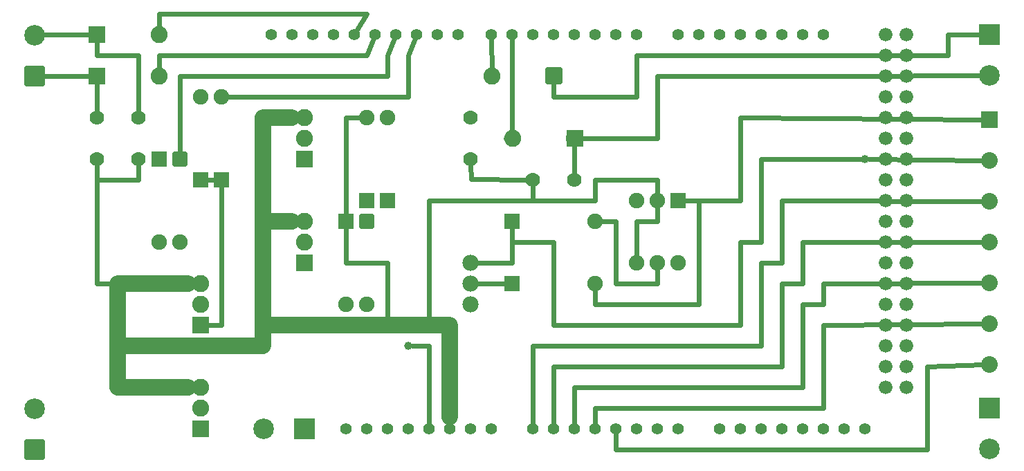
<source format=gtl>
G04 MADE WITH FRITZING*
G04 WWW.FRITZING.ORG*
G04 DOUBLE SIDED*
G04 HOLES PLATED*
G04 CONTOUR ON CENTER OF CONTOUR VECTOR*
%ASAXBY*%
%FSLAX23Y23*%
%MOIN*%
%OFA0B0*%
%SFA1.0B1.0*%
%ADD10C,0.078000*%
%ADD11C,0.099055*%
%ADD12C,0.082000*%
%ADD13C,0.070000*%
%ADD14C,0.055990*%
%ADD15C,0.065993*%
%ADD16C,0.065965*%
%ADD17C,0.075000*%
%ADD18C,0.080000*%
%ADD19C,0.039370*%
%ADD20R,0.082000X0.082000*%
%ADD21R,0.099055X0.099055*%
%ADD22R,0.075000X0.075000*%
%ADD23R,0.080000X0.080000*%
%ADD24C,0.024000*%
%ADD25C,0.020000*%
%LNCOPPER1*%
G90*
G70*
G54D10*
X2371Y989D03*
X2371Y889D03*
X2371Y789D03*
G54D11*
X271Y1889D03*
X271Y2085D03*
X271Y89D03*
X271Y285D03*
G54D12*
X1071Y189D03*
X1071Y289D03*
X1071Y389D03*
X1571Y989D03*
X1571Y1089D03*
X1571Y1189D03*
X1071Y689D03*
X1071Y789D03*
X1071Y889D03*
X1571Y1489D03*
X1571Y1589D03*
X1571Y1689D03*
X2871Y1589D03*
X2573Y1589D03*
X571Y2089D03*
X869Y2089D03*
X2771Y1889D03*
X2473Y1889D03*
X571Y1889D03*
X869Y1889D03*
G54D13*
X2671Y1389D03*
X2871Y1389D03*
X771Y1489D03*
X771Y1689D03*
X2371Y1489D03*
X2371Y1689D03*
X571Y1489D03*
X571Y1689D03*
G54D11*
X1571Y189D03*
X1374Y189D03*
X4871Y2089D03*
X4871Y1892D03*
X4871Y289D03*
X4871Y92D03*
G54D14*
X3671Y189D03*
X2071Y189D03*
X3771Y189D03*
X3871Y189D03*
X3971Y189D03*
X4071Y189D03*
G54D15*
X4371Y1589D03*
G54D14*
X4171Y189D03*
X4271Y189D03*
X2111Y2089D03*
X2671Y189D03*
X2771Y189D03*
X2871Y189D03*
X2971Y189D03*
G54D15*
X4371Y789D03*
G54D14*
X3071Y189D03*
X3171Y189D03*
X3271Y189D03*
X3371Y189D03*
X2871Y2089D03*
G54D15*
X4371Y1989D03*
X4371Y1189D03*
X4371Y389D03*
G54D14*
X1711Y2089D03*
X2471Y189D03*
X2471Y2089D03*
G54D15*
X4371Y1789D03*
X4371Y1389D03*
G54D16*
X4371Y989D03*
G54D14*
X4071Y2089D03*
G54D15*
X4371Y589D03*
G54D14*
X3971Y2089D03*
X3871Y2089D03*
X3771Y2089D03*
X3671Y2089D03*
X3571Y2089D03*
X3471Y2089D03*
X3371Y2089D03*
X1511Y2089D03*
X1911Y2089D03*
X2311Y2089D03*
X1871Y189D03*
X2271Y189D03*
X3071Y2089D03*
X2671Y2089D03*
G54D15*
X4371Y2089D03*
X4371Y1889D03*
X4371Y1689D03*
X4371Y1489D03*
X4371Y1289D03*
X4371Y1089D03*
X4371Y889D03*
X4371Y689D03*
G54D16*
X4371Y489D03*
G54D14*
X1411Y2089D03*
X1611Y2089D03*
X1811Y2089D03*
X2011Y2089D03*
X2211Y2089D03*
X1771Y189D03*
X1971Y189D03*
X2171Y189D03*
X2371Y189D03*
X3171Y2089D03*
X2971Y2089D03*
X2771Y2089D03*
X2571Y2089D03*
G54D15*
X4471Y2089D03*
X4471Y1989D03*
X4471Y1889D03*
X4471Y1789D03*
X4471Y1689D03*
X4471Y1589D03*
X4471Y1489D03*
X4471Y1389D03*
X4471Y1289D03*
X4471Y1189D03*
X4471Y1089D03*
G54D16*
X4471Y989D03*
G54D15*
X4471Y889D03*
X4471Y789D03*
X4471Y689D03*
X4471Y589D03*
G54D16*
X4471Y489D03*
G54D15*
X4471Y389D03*
G54D14*
X3571Y189D03*
G54D17*
X3371Y1289D03*
X3371Y989D03*
X3271Y1289D03*
X3271Y989D03*
X3171Y1289D03*
X3171Y989D03*
X2571Y889D03*
X2971Y889D03*
X1871Y1289D03*
X1871Y1689D03*
X1071Y1389D03*
X1071Y1789D03*
X1871Y1189D03*
X1871Y789D03*
X971Y1489D03*
X971Y1089D03*
X1771Y1189D03*
X1771Y789D03*
X871Y1489D03*
X871Y1089D03*
X1971Y1289D03*
X1971Y1689D03*
X1171Y1389D03*
X1171Y1789D03*
X2571Y1189D03*
X2971Y1189D03*
G54D18*
X4871Y1679D03*
X4871Y1482D03*
X4871Y1285D03*
X4871Y1089D03*
X4871Y892D03*
X4871Y695D03*
X4871Y498D03*
G54D19*
X4271Y1489D03*
X2071Y589D03*
G54D20*
X1071Y189D03*
X1571Y989D03*
X1071Y689D03*
X1571Y1489D03*
X2872Y1589D03*
X570Y2089D03*
X570Y1889D03*
G54D21*
X1571Y189D03*
X4871Y2089D03*
X4871Y289D03*
G54D22*
X3371Y1289D03*
X2571Y889D03*
X1871Y1289D03*
X1071Y1389D03*
X1771Y1189D03*
X871Y1489D03*
X1971Y1289D03*
X1171Y1389D03*
X2571Y1189D03*
G54D23*
X4871Y1679D03*
G54D24*
X2571Y989D02*
X2401Y989D01*
D02*
X2571Y1089D02*
X2571Y989D01*
D02*
X2401Y889D02*
X2542Y889D01*
D02*
X1771Y1689D02*
X1842Y1689D01*
D02*
X1771Y1217D02*
X1771Y1689D01*
D02*
X1771Y989D02*
X1771Y1160D01*
D02*
X1971Y989D02*
X1771Y989D01*
D02*
X1971Y689D02*
X1971Y989D01*
G54D18*
D02*
X671Y889D02*
X1011Y889D01*
D02*
X671Y589D02*
X671Y889D01*
D02*
X671Y389D02*
X1011Y389D01*
D02*
X671Y589D02*
X671Y389D01*
D02*
X1371Y589D02*
X671Y589D01*
D02*
X1371Y689D02*
X1371Y589D01*
D02*
X2271Y689D02*
X2271Y244D01*
D02*
X1371Y1189D02*
X1371Y689D01*
D02*
X2171Y689D02*
X2271Y689D01*
D02*
X1971Y689D02*
X2171Y689D01*
D02*
X1371Y689D02*
X1971Y689D01*
D02*
X1511Y1189D02*
X1371Y1189D01*
D02*
X1371Y1689D02*
X1511Y1689D01*
D02*
X1371Y1189D02*
X1371Y1689D01*
G54D24*
D02*
X3071Y89D02*
X4571Y89D01*
D02*
X4571Y89D02*
X4571Y489D01*
D02*
X4571Y489D02*
X4840Y497D01*
D02*
X3071Y161D02*
X3071Y89D01*
D02*
X2971Y289D02*
X4071Y289D01*
D02*
X4071Y289D02*
X4071Y689D01*
D02*
X4071Y689D02*
X4840Y695D01*
D02*
X2971Y216D02*
X2971Y289D01*
D02*
X2871Y389D02*
X2871Y216D01*
D02*
X3971Y389D02*
X2871Y389D01*
D02*
X3971Y789D02*
X3971Y389D01*
D02*
X4071Y789D02*
X3971Y789D01*
D02*
X4071Y889D02*
X4071Y789D01*
D02*
X4840Y892D02*
X4071Y889D01*
D02*
X3871Y489D02*
X2771Y489D01*
D02*
X3871Y889D02*
X3871Y489D01*
D02*
X4840Y1089D02*
X3971Y1089D01*
D02*
X3971Y889D02*
X3871Y889D01*
D02*
X3971Y1089D02*
X3971Y889D01*
D02*
X2771Y489D02*
X2771Y216D01*
D02*
X2670Y1289D02*
X2670Y1362D01*
D02*
X2372Y1390D02*
X2371Y1462D01*
D02*
X2645Y1389D02*
X2372Y1390D01*
D02*
X3671Y1689D02*
X3671Y1289D01*
D02*
X3671Y1289D02*
X3399Y1289D01*
D02*
X4840Y1679D02*
X3671Y1689D01*
D02*
X3771Y989D02*
X3771Y589D01*
D02*
X3871Y989D02*
X3771Y989D01*
D02*
X3871Y1289D02*
X3871Y989D01*
D02*
X3771Y589D02*
X2671Y589D01*
D02*
X2671Y589D02*
X2671Y216D01*
D02*
X4840Y1285D02*
X3871Y1289D01*
D02*
X2471Y2061D02*
X2472Y1921D01*
D02*
X3171Y1189D02*
X3271Y1189D01*
D02*
X3271Y1189D02*
X3271Y1260D01*
D02*
X3171Y1017D02*
X3171Y1189D01*
D02*
X2771Y1789D02*
X2771Y1856D01*
D02*
X2871Y1489D02*
X2871Y1556D01*
D02*
X2871Y1415D02*
X2871Y1489D01*
D02*
X2171Y1289D02*
X2670Y1289D01*
D02*
X2171Y689D02*
X2171Y1289D01*
D02*
X3271Y1289D02*
X3242Y1289D01*
D02*
X2971Y1289D02*
X2971Y1389D01*
D02*
X2971Y1389D02*
X3271Y1389D01*
D02*
X3271Y1389D02*
X3271Y1289D01*
D02*
X2670Y1289D02*
X2971Y1289D01*
D02*
X3271Y1889D02*
X3271Y1589D01*
D02*
X3271Y1589D02*
X2903Y1589D01*
D02*
X4171Y1889D02*
X3271Y1889D01*
D02*
X4830Y1891D02*
X4171Y1889D01*
D02*
X4671Y1989D02*
X4171Y1989D01*
D02*
X4171Y1989D02*
X3171Y1989D01*
D02*
X3171Y1989D02*
X3171Y1789D01*
D02*
X3171Y1789D02*
X2771Y1789D01*
D02*
X4830Y2089D02*
X4671Y2089D01*
D02*
X2571Y2061D02*
X2571Y1589D01*
D02*
X2571Y1589D02*
X2541Y1589D01*
D02*
X3471Y1289D02*
X3399Y1289D01*
D02*
X3471Y789D02*
X3471Y1289D01*
D02*
X2971Y889D02*
X2971Y789D01*
D02*
X2971Y789D02*
X3471Y789D01*
D02*
X3071Y1189D02*
X2999Y1189D01*
D02*
X3071Y889D02*
X3071Y1189D01*
D02*
X3271Y889D02*
X3071Y889D01*
D02*
X3271Y960D02*
X3271Y889D01*
D02*
X4290Y1488D02*
X4840Y1483D01*
D02*
X2571Y1089D02*
X2571Y1160D01*
D02*
X2771Y1089D02*
X2571Y1089D01*
D02*
X2771Y689D02*
X2771Y1089D01*
D02*
X3671Y689D02*
X2771Y689D01*
D02*
X3771Y1489D02*
X3771Y1089D01*
D02*
X4252Y1489D02*
X3771Y1489D01*
D02*
X3771Y1089D02*
X3671Y1089D01*
D02*
X3671Y1089D02*
X3671Y689D01*
D02*
X311Y2087D02*
X371Y2089D01*
D02*
X371Y2089D02*
X539Y2089D01*
D02*
X371Y1889D02*
X539Y1889D01*
D02*
X311Y1889D02*
X371Y1889D01*
D02*
X571Y1989D02*
X571Y2056D01*
D02*
X771Y1989D02*
X571Y1989D01*
D02*
X771Y1715D02*
X771Y1989D01*
D02*
X571Y1715D02*
X571Y1856D01*
D02*
X571Y889D02*
X571Y1389D01*
D02*
X771Y1389D02*
X771Y1462D01*
D02*
X571Y1389D02*
X771Y1389D01*
D02*
X671Y889D02*
X571Y889D01*
D02*
X571Y1389D02*
X571Y1462D01*
D02*
X871Y2189D02*
X1871Y2189D01*
D02*
X869Y2121D02*
X871Y2189D01*
D02*
X1871Y2189D02*
X1825Y2112D01*
D02*
X871Y1989D02*
X1871Y1989D01*
D02*
X1871Y1989D02*
X1900Y2063D01*
D02*
X869Y1921D02*
X871Y1989D01*
D02*
X2171Y589D02*
X2171Y216D01*
D02*
X2090Y589D02*
X2171Y589D01*
D02*
X2071Y1989D02*
X2071Y1789D01*
D02*
X2071Y1789D02*
X1199Y1789D01*
D02*
X2100Y2063D02*
X2071Y1989D01*
D02*
X1171Y689D02*
X1171Y1360D01*
D02*
X1103Y689D02*
X1171Y689D01*
D02*
X1142Y1389D02*
X1071Y1389D01*
D02*
X971Y1889D02*
X1971Y1889D01*
D02*
X1971Y1889D02*
X1971Y1989D01*
D02*
X1971Y1989D02*
X2000Y2063D01*
D02*
X971Y1517D02*
X971Y1889D01*
D02*
X4671Y2089D02*
X4671Y1989D01*
G54D25*
X231Y1849D02*
X231Y1928D01*
X310Y1928D01*
X310Y1849D01*
X231Y1849D01*
D02*
X231Y49D02*
X231Y128D01*
X310Y128D01*
X310Y49D01*
X231Y49D01*
D02*
X2741Y1858D02*
X2741Y1920D01*
X2803Y1920D01*
X2803Y1858D01*
X2741Y1858D01*
D02*
X1898Y1161D02*
X1843Y1161D01*
X1843Y1216D01*
X1898Y1216D01*
X1898Y1161D01*
D02*
X998Y1461D02*
X943Y1461D01*
X943Y1516D01*
X998Y1516D01*
X998Y1461D01*
D02*
G04 End of Copper1*
M02*
</source>
